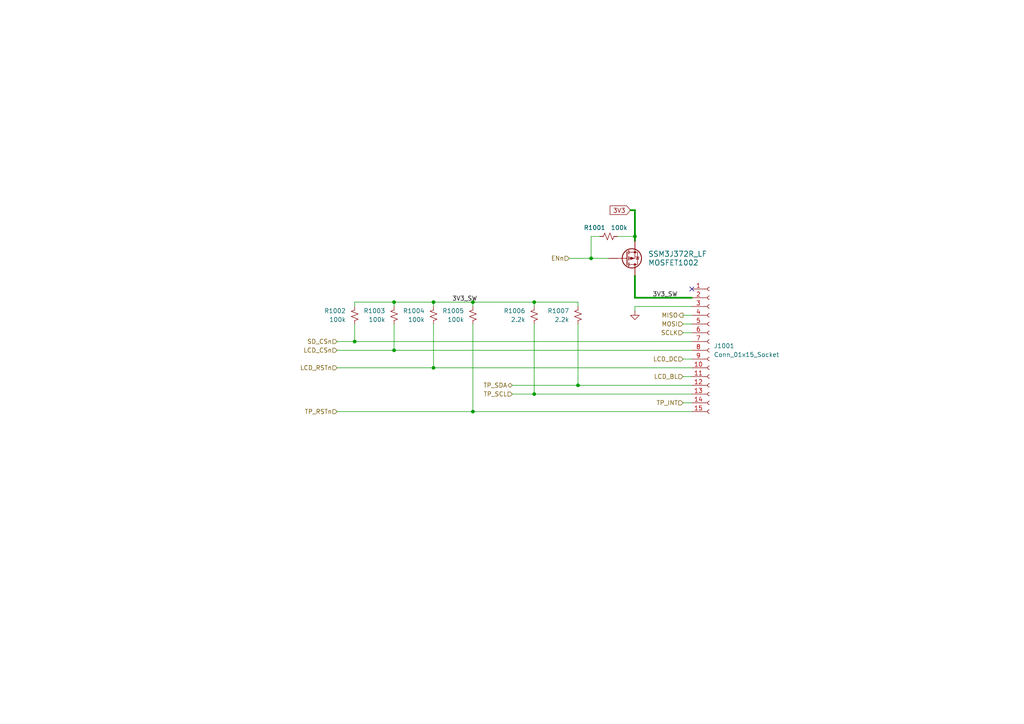
<source format=kicad_sch>
(kicad_sch (version 20250114) (generator "eeschema") (generator_version "9.0")
  (paper "A4")
  (lib_symbols
    (symbol "Connector:Conn_01x15_Socket" (pin_names (offset 1.016) (hide yes))
      (property "Reference" "J" (at 0 20.32 0))
      (property "Value" "Conn_01x15_Socket" (at 0 -20.32 0))
      (symbol "Conn_01x15_Socket_1_1"
        (polyline (pts (xy -1.27 17.78) (xy -0.508 17.78)) (stroke (width 0.1524)))
        (polyline (pts (xy -1.27 15.24) (xy -0.508 15.24)) (stroke (width 0.1524)))
        (polyline (pts (xy -1.27 12.7) (xy -0.508 12.7)) (stroke (width 0.1524)))
        (polyline (pts (xy -1.27 10.16) (xy -0.508 10.16)) (stroke (width 0.1524)))
        (polyline (pts (xy -1.27 7.62) (xy -0.508 7.62)) (stroke (width 0.1524)))
        (polyline (pts (xy -1.27 5.08) (xy -0.508 5.08)) (stroke (width 0.1524)))
        (polyline (pts (xy -1.27 2.54) (xy -0.508 2.54)) (stroke (width 0.1524)))
        (polyline (pts (xy -1.27 0) (xy -0.508 0)) (stroke (width 0.1524)))
        (polyline (pts (xy -1.27 -2.54) (xy -0.508 -2.54)) (stroke (width 0.1524)))
        (polyline (pts (xy -1.27 -5.08) (xy -0.508 -5.08)) (stroke (width 0.1524)))
        (polyline (pts (xy -1.27 -7.62) (xy -0.508 -7.62)) (stroke (width 0.1524)))
        (polyline (pts (xy -1.27 -10.16) (xy -0.508 -10.16)) (stroke (width 0.1524)))
        (polyline (pts (xy -1.27 -12.7) (xy -0.508 -12.7)) (stroke (width 0.1524)))
        (polyline (pts (xy -1.27 -15.24) (xy -0.508 -15.24)) (stroke (width 0.1524)))
        (polyline (pts (xy -1.27 -17.78) (xy -0.508 -17.78)) (stroke (width 0.1524)))
        (arc (start 0 17.272) (mid -0.5058 17.78) (end 0 18.288) (stroke (width 0.1524)))
        (arc (start 0 14.732) (mid -0.5058 15.24) (end 0 15.748) (stroke (width 0.1524)))
        (arc (start 0 12.192) (mid -0.5058 12.7) (end 0 13.208) (stroke (width 0.1524)))
        (arc (start 0 9.652) (mid -0.5058 10.16) (end 0 10.668) (stroke (width 0.1524)))
        (arc (start 0 7.112) (mid -0.5058 7.62) (end 0 8.128) (stroke (width 0.1524)))
        (arc (start 0 4.572) (mid -0.5058 5.08) (end 0 5.588) (stroke (width 0.1524)))
        (arc (start 0 2.032) (mid -0.5058 2.54) (end 0 3.048) (stroke (width 0.1524)))
        (arc (start 0 -0.508) (mid -0.5058 0) (end 0 0.508) (stroke (width 0.1524)))
        (arc (start 0 -3.048) (mid -0.5058 -2.54) (end 0 -2.032) (stroke (width 0.1524)))
        (arc (start 0 -5.588) (mid -0.5058 -5.08) (end 0 -4.572) (stroke (width 0.1524)))
        (arc (start 0 -8.128) (mid -0.5058 -7.62) (end 0 -7.112) (stroke (width 0.1524)))
        (arc (start 0 -10.668) (mid -0.5058 -10.16) (end 0 -9.652) (stroke (width 0.1524)))
        (arc (start 0 -13.208) (mid -0.5058 -12.7) (end 0 -12.192) (stroke (width 0.1524)))
        (arc (start 0 -15.748) (mid -0.5058 -15.24) (end 0 -14.732) (stroke (width 0.1524)))
        (arc (start 0 -18.288) (mid -0.5058 -17.78) (end 0 -17.272) (stroke (width 0.1524)))
        (pin passive line (at -5.08 17.78 0) (length 3.81) (name "Pin_1") (number "1"))
        (pin passive line (at -5.08 15.24 0) (length 3.81) (name "Pin_2") (number "2"))
        (pin passive line (at -5.08 12.7 0) (length 3.81) (name "Pin_3") (number "3"))
        (pin passive line (at -5.08 10.16 0) (length 3.81) (name "Pin_4") (number "4"))
        (pin passive line (at -5.08 7.62 0) (length 3.81) (name "Pin_5") (number "5"))
        (pin passive line (at -5.08 5.08 0) (length 3.81) (name "Pin_6") (number "6"))
        (pin passive line (at -5.08 2.54 0) (length 3.81) (name "Pin_7") (number "7"))
        (pin passive line (at -5.08 0 0) (length 3.81) (name "Pin_8") (number "8"))
        (pin passive line (at -5.08 -2.54 0) (length 3.81) (name "Pin_9") (number "9"))
        (pin passive line (at -5.08 -5.08 0) (length 3.81) (name "Pin_10") (number "10"))
        (pin passive line (at -5.08 -7.62 0) (length 3.81) (name "Pin_11") (number "11"))
        (pin passive line (at -5.08 -10.16 0) (length 3.81) (name "Pin_12") (number "12"))
        (pin passive line (at -5.08 -12.7 0) (length 3.81) (name "Pin_13") (number "13"))
        (pin passive line (at -5.08 -15.24 0) (length 3.81) (name "Pin_14") (number "14"))
        (pin passive line (at -5.08 -17.78 0) (length 3.81) (name "Pin_15") (number "15"))
      )
    )
    (symbol "Device:R_Small_US" (pin_numbers (hide yes)) (pin_names (offset 0.254) (hide yes))
      (property "Reference" "R" (at 0.762 0.508 0))
      (property "Value" "R_Small_US" (at 0.762 -1.016 0))
      (symbol "R_Small_US_1_1"
        (polyline (pts (xy 0 1.524) (xy 1.016 1.143) (xy 0 0.762) (xy -1.016 0.381) (xy 0 0)))
        (polyline (pts (xy 0 0) (xy 1.016 -0.381) (xy 0 -0.762) (xy -1.016 -1.143) (xy 0 -1.524)))
        (pin passive line (at 0 2.54 270) (length 1.016) (name "~") (number "1"))
        (pin passive line (at 0 -2.54 90) (length 1.016) (name "~") (number "2"))
      )
    )
    (symbol "SSM3J372R_LF_1" (pin_numbers (hide yes)) (pin_names (offset 0.254) (hide yes))
      (property "Reference" "MOSFET" (at 18.796 2.032 0))
      (property "Value" "SSM3J372R_LF" (at 18.796 -0.508 0))
      (symbol "SSM3J372R_LF_1_0_1"
        (polyline (pts (xy 5.334 1.905) (xy 5.334 -1.905)) (stroke (width 0.254)))
        (polyline (pts (xy 5.334 0) (xy 2.54 0)))
        (polyline (pts (xy 5.842 2.286) (xy 5.842 1.27)) (stroke (width 0.254)))
        (polyline (pts (xy 5.842 1.778) (xy 8.382 1.778) (xy 8.382 -1.778) (xy 5.842 -1.778)))
        (polyline (pts (xy 5.842 0.508) (xy 5.842 -0.508)) (stroke (width 0.254)))
        (polyline (pts (xy 5.842 -1.27) (xy 5.842 -2.286)) (stroke (width 0.254)))
        (circle (center 6.731 0) (radius 2.794) (stroke (width 0.254)))
        (polyline (pts (xy 7.366 0) (xy 6.35 0.381) (xy 6.35 -0.381) (xy 7.366 0)) (fill (type outline)))
        (polyline (pts (xy 7.62 2.54) (xy 7.62 1.778)))
        (circle (center 7.62 1.778) (radius 0.254) (fill (type outline)))
        (circle (center 7.62 -1.778) (radius 0.254) (fill (type outline)))
        (polyline (pts (xy 7.62 -2.54) (xy 7.62 0) (xy 5.842 0)))
        (polyline (pts (xy 7.874 -0.508) (xy 8.001 -0.381) (xy 8.763 -0.381) (xy 8.89 -0.254)))
        (polyline (pts (xy 8.382 -0.381) (xy 8.001 0.254) (xy 8.763 0.254) (xy 8.382 -0.381)))
      )
      (symbol "SSM3J372R_LF_1_1_1"
        (pin passive line (at 0 0 0) (length 2.54) (name "G") (number "1"))
        (pin passive line (at 7.62 5.08 270) (length 2.54) (name "D") (number "3"))
        (pin passive line (at 7.62 -5.08 90) (length 2.54) (name "S") (number "2"))
      )
    )
    (symbol "power:GND" (power) (pin_numbers (hide yes)) (pin_names (offset 0) (hide yes))
      (property "Value" "GND" (at 0 -3.81 0))
      (symbol "GND_0_1"
        (polyline (pts (xy 0 0) (xy 0 -1.27) (xy 1.27 -1.27) (xy 0 -2.54) (xy -1.27 -1.27) (xy 0 -1.27)))
      )
      (symbol "GND_1_1"
        (pin power_in line (at 0 0 270) (length 0) (name "~") (number "1"))
      )
    )
  )
  (junction (at 125.73 87.63))
  (junction (at 102.87 99.06))
  (junction (at 154.94 114.3))
  (junction (at 171.45 74.93))
  (junction (at 137.16 119.38))
  (junction (at 114.3 87.63))
  (junction (at 154.94 87.63))
  (junction (at 184.15 68.58))
  (junction (at 137.16 87.63))
  (junction (at 114.3 101.6))
  (junction (at 167.64 111.76))
  (junction (at 125.73 106.68))
  (no_connect (at 200.66 83.82))
  (wire (pts (xy 167.64 93.98) (xy 167.64 111.76)))
  (wire (pts (xy 148.59 111.76) (xy 167.64 111.76)))
  (wire (pts (xy 114.3 101.6) (xy 200.66 101.6)))
  (wire (pts (xy 184.15 88.9) (xy 200.66 88.9)))
  (wire (pts (xy 154.94 88.9) (xy 154.94 87.63)))
  (wire (pts (xy 184.15 86.36) (xy 200.66 86.36)) (stroke (width 0.508)))
  (wire (pts (xy 97.79 99.06) (xy 102.87 99.06)))
  (wire (pts (xy 179.07 68.58) (xy 184.15 68.58)))
  (wire (pts (xy 137.16 88.9) (xy 137.16 87.63)))
  (wire (pts (xy 198.12 96.52) (xy 200.66 96.52)))
  (wire (pts (xy 102.87 93.98) (xy 102.87 99.06)))
  (wire (pts (xy 184.15 90.17) (xy 184.15 88.9)))
  (wire (pts (xy 97.79 106.68) (xy 125.73 106.68)))
  (wire (pts (xy 198.12 93.98) (xy 200.66 93.98)))
  (wire (pts (xy 198.12 109.22) (xy 200.66 109.22)))
  (wire (pts (xy 137.16 93.98) (xy 137.16 119.38)))
  (wire (pts (xy 125.73 88.9) (xy 125.73 87.63)))
  (wire (pts (xy 167.64 111.76) (xy 200.66 111.76)))
  (wire (pts (xy 137.16 87.63) (xy 154.94 87.63)))
  (wire (pts (xy 171.45 74.93) (xy 176.53 74.93)))
  (wire (pts (xy 184.15 68.58) (xy 184.15 69.85)) (stroke (width 0.508)))
  (wire (pts (xy 148.59 114.3) (xy 154.94 114.3)))
  (wire (pts (xy 102.87 99.06) (xy 200.66 99.06)))
  (wire (pts (xy 171.45 68.58) (xy 173.99 68.58)))
  (wire (pts (xy 198.12 91.44) (xy 200.66 91.44)))
  (wire (pts (xy 167.64 88.9) (xy 167.64 87.63)))
  (wire (pts (xy 137.16 119.38) (xy 200.66 119.38)))
  (wire (pts (xy 154.94 87.63) (xy 167.64 87.63)))
  (wire (pts (xy 125.73 106.68) (xy 200.66 106.68)))
  (wire (pts (xy 184.15 86.36) (xy 184.15 80.01)) (stroke (width 0.508)))
  (wire (pts (xy 154.94 93.98) (xy 154.94 114.3)))
  (wire (pts (xy 125.73 87.63) (xy 137.16 87.63)))
  (wire (pts (xy 184.15 60.96) (xy 184.15 68.58)) (stroke (width 0.508)))
  (wire (pts (xy 114.3 93.98) (xy 114.3 101.6)))
  (wire (pts (xy 171.45 68.58) (xy 171.45 74.93)))
  (wire (pts (xy 97.79 101.6) (xy 114.3 101.6)))
  (wire (pts (xy 165.1 74.93) (xy 171.45 74.93)))
  (wire (pts (xy 198.12 104.14) (xy 200.66 104.14)))
  (wire (pts (xy 125.73 93.98) (xy 125.73 106.68)))
  (wire (pts (xy 102.87 87.63) (xy 114.3 87.63)))
  (wire (pts (xy 102.87 87.63) (xy 102.87 88.9)))
  (wire (pts (xy 114.3 88.9) (xy 114.3 87.63)))
  (wire (pts (xy 114.3 87.63) (xy 125.73 87.63)))
  (wire (pts (xy 154.94 114.3) (xy 200.66 114.3)))
  (wire (pts (xy 198.12 116.84) (xy 200.66 116.84)))
  (wire (pts (xy 97.79 119.38) (xy 137.16 119.38)))
  (wire (pts (xy 182.88 60.96) (xy 184.15 60.96)) (stroke (width 0.508)))
  (label "3V3_SW" (at 138.43 87.63 180))
  (label "3V3_SW" (at 189.23 86.36 0))
  (global_label "3V3" (shape input) (at 182.88 60.96 180) (property "Intersheetrefs" "${INTERSHEET_REFS}" (effects (hide yes))))
  (hierarchical_label "SD_CSn" (shape input) (at 97.79 99.06 180))
  (hierarchical_label "TP_SCL" (shape input) (at 148.59 114.3 180))
  (hierarchical_label "LCD_BL" (shape input) (at 198.12 109.22 180))
  (hierarchical_label "TP_RSTn" (shape input) (at 97.79 119.38 180))
  (hierarchical_label "LCD_CSn" (shape input) (at 97.79 101.6 180))
  (hierarchical_label "TP_INT" (shape input) (at 198.12 116.84 180))
  (hierarchical_label "TP_SDA" (shape bidirectional) (at 148.59 111.76 180))
  (hierarchical_label "MOSI" (shape input) (at 198.12 93.98 180))
  (hierarchical_label "MISO" (shape output) (at 198.12 91.44 180))
  (hierarchical_label "LCD_DC" (shape input) (at 198.12 104.14 180))
  (hierarchical_label "LCD_RSTn" (shape input) (at 97.79 106.68 180))
  (hierarchical_label "SCLK" (shape input) (at 198.12 96.52 180))
  (hierarchical_label "ENn" (shape input) (at 165.1 74.93 180))
  (symbol (lib_id "Device:R_Small_US") (at 137.16 91.44 0) (mirror y) (unit 1)
    (property "Reference" "R1005" (at 134.62 90.1699 0) (effects (justify left)))
    (property "Value" "100k" (at 134.62 92.7099 0) (effects (justify left)))
    (property "Description" "Resistor, small US symbol" (effects (hide yes)))
  )
  (symbol (lib_id "Device:R_Small_US") (at 167.64 91.44 0) (mirror y) (unit 1)
    (property "Reference" "R1007" (at 165.1 90.1699 0) (effects (justify left)))
    (property "Value" "2.2k" (at 165.1 92.7099 0) (effects (justify left)))
    (property "Description" "Resistor, small US symbol" (effects (hide yes)))
  )
  (symbol (lib_id "power:GND") (at 184.15 90.17 0) (unit 1)
    (property "Reference" "#PWR01001" (effects (hide yes)))
    (property "Value" "GND" (effects (hide yes)))
    (property "Description" "Power symbol creates a global label with name \"GND\" , ground" (effects (hide yes)))
  )
  (symbol (lib_id "Connector:Conn_01x15_Socket") (at 205.74 101.6 0) (unit 1)
    (property "Reference" "J1001" (at 207.01 100.3299 0) (effects (justify left)))
    (property "Value" "Conn_01x15_Socket" (at 207.01 102.8699 0) (effects (justify left)))
    (property "Description" "Generic connector, single row, 01x15, script generated" (effects (hide yes)))
  )
  (symbol (lib_id "Device:R_Small_US") (at 176.53 68.58 90) (unit 1)
    (property "Reference" "R1001" (at 172.466 66.04 90))
    (property "Value" "100k" (at 179.578 66.04 90))
    (property "Description" "Resistor, small US symbol" (effects (hide yes)))
  )
  (symbol (lib_name "SSM3J372R_LF_1") (lib_id "SSM3J372R_LF:SSM3J372R_LF") (at 176.53 74.93 0) (mirror x) (unit 1)
    (property "Reference" "MOSFET1002" (at 187.96 76.2001 0) (effects (font (size 1.524 1.524)) (justify left)))
    (property "Value" "SSM3J372R_LF" (at 187.96 73.6601 0) (effects (font (size 1.524 1.524)) (justify left)))
    (property "Footprint" "SOT-23F_TOS" (effects (hide yes)))
    (property "Datasheet" "SSM3J372R_LF" (effects (hide yes)))
  )
  (symbol (lib_id "Device:R_Small_US") (at 114.3 91.44 0) (mirror y) (unit 1)
    (property "Reference" "R1003" (at 111.76 90.1699 0) (effects (justify left)))
    (property "Value" "100k" (at 111.76 92.7099 0) (effects (justify left)))
    (property "Description" "Resistor, small US symbol" (effects (hide yes)))
  )
  (symbol (lib_id "Device:R_Small_US") (at 125.73 91.44 0) (mirror y) (unit 1)
    (property "Reference" "R1004" (at 123.19 90.1699 0) (effects (justify left)))
    (property "Value" "100k" (at 123.19 92.7099 0) (effects (justify left)))
    (property "Description" "Resistor, small US symbol" (effects (hide yes)))
  )
  (symbol (lib_id "Device:R_Small_US") (at 154.94 91.44 0) (mirror y) (unit 1)
    (property "Reference" "R1006" (at 152.4 90.1699 0) (effects (justify left)))
    (property "Value" "2.2k" (at 152.4 92.7099 0) (effects (justify left)))
    (property "Description" "Resistor, small US symbol" (effects (hide yes)))
  )
  (symbol (lib_id "Device:R_Small_US") (at 102.87 91.44 0) (mirror y) (unit 1)
    (property "Reference" "R1002" (at 100.33 90.1699 0) (effects (justify left)))
    (property "Value" "100k" (at 100.33 92.7099 0) (effects (justify left)))
    (property "Description" "Resistor, small US symbol" (effects (hide yes)))
  )
)
</source>
